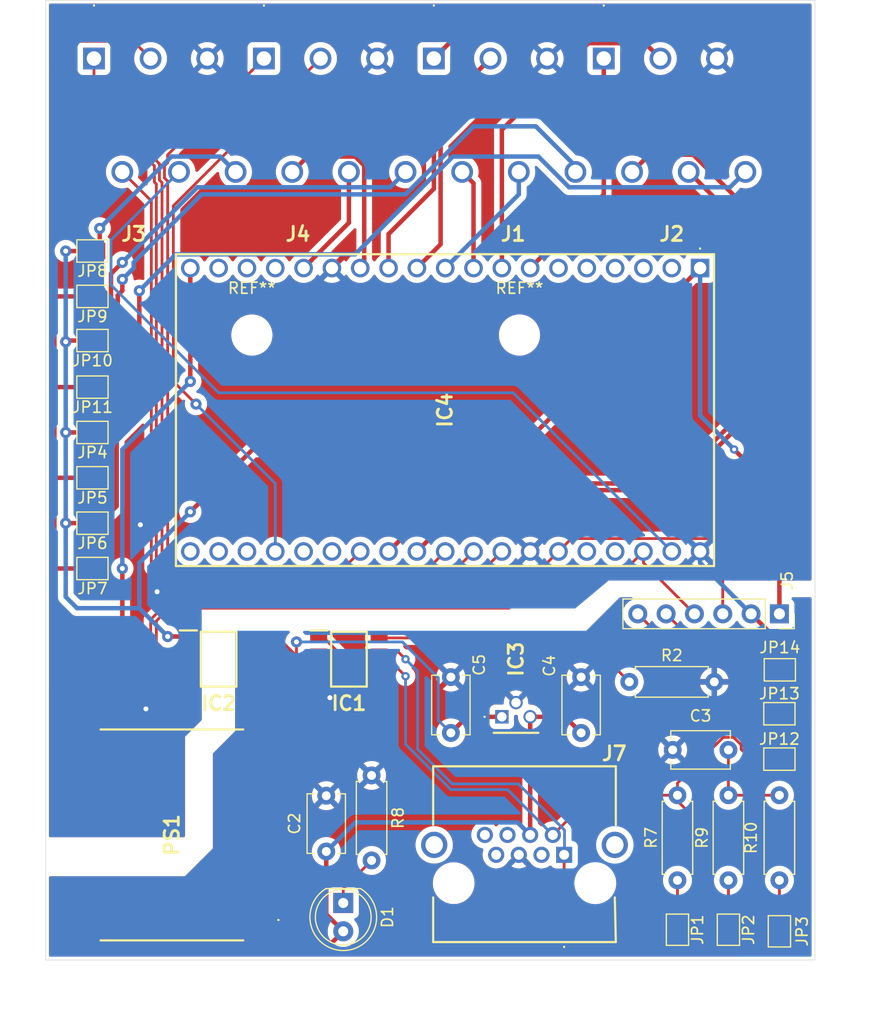
<source format=kicad_pcb>
(kicad_pcb (version 20241229) (generator "pcbnew") (generator_version "9.0")
  (layers (0 "F.Cu" signal) (2 "B.Cu" signal) (13 "F.Paste" user) (15 "B.Paste" user) (5 "F.SilkS" user "F.Silkscreen") (7 "B.SilkS" user "B.Silkscreen") (1 "F.Mask" user) (3 "B.Mask" user) (25 "Edge.Cuts" user))
  (net 0 "")
  (net 1 "GNDB")
  (net 2 "+24V")
  (net 3 "Net-(C3-Pad1)")
  (net 4 "+5VB")
  (net 5 "Net-(IC1-RS)")
  (net 6 "Net-(IC1-D)")
  (net 7 "Net-(IC1-R)")
  (net 8 "Net-(IC1-CANL)")
  (net 10 "Net-(IC1-CANH)")
  (net 11 "Net-(IC2-INB)")
  (net 12 "Net-(IC2-OUTA)")
  (net 13 "+3V3A")
  (net 14 "GNDA")
  (net 25 "+5VA")
  (net 37 "Net-(JP1-A)")
  (net 38 "Net-(JP2-A)")
  (net 39 "Net-(JP3-B)")
  (net 43 "Net-(D1-K)")
  (net 44 "/GPIO 25")
  (net 45 "/GPIO 26")
  (net 46 "/GPIO 14")
  (net 47 "/UART2 TX")
  (net 48 "/GPIO 27")
  (net 49 "/SPI CLK")
  (net 50 "/I2C SDA")
  (net 51 "/SPI MISO")
  (net 52 "/GPIO 13")
  (net 53 "/SPI MOSI")
  (net 54 "/SPI CS")
  (net 55 "/GPIO 12")
  (net 56 "/I2C SCL")
  (net 57 "/GPIO 15")
  (net 58 "/GPIO 4")
  (net 59 "/UART2 RX")
  (net 60 "Net-(JP4-A)")
  (net 61 "Net-(JP6-A)")
  (net 62 "Net-(JP8-A)")
  (net 63 "Net-(JP10-A)")
  (net 64 "Net-(J5-Pin_6)")
  (net 65 "Net-(J5-Pin_5)")
  (footprint "LED_THT:LED_D5.0mm" (layer "F.Cu") (at 107.696 151.892 -90)
    (property "Reference" "D1")
    (property "Value" "LED")
  )
  (footprint "Connector_PinSocket_2.54mm:PinSocket_1x06_P2.54mm_Vertical" (layer "F.Cu") (at 146.812 125.984 -90)
    (property "Reference" "J5")
    (property "Value" "Conn_01x06")
  )
  (footprint "Jumper:SolderJumper-2_P1.3mm_Open_Pad1.0x1.5mm" (layer "F.Cu") (at 142.24 154.29 -90)
    (property "Reference" "JP2")
    (property "Value" "SolderJumper_2_Open")
  )
  (footprint "Jumper:SolderJumper-2_P1.3mm_Open_Pad1.0x1.5mm" (layer "F.Cu") (at 85.202 109.728 180)
    (property "Reference" "JP4")
    (property "Value" "SolderJumper_2_Open")
  )
  (footprint "Capacitor_THT:C_Disc_D5.1mm_W3.2mm_P5.00mm" (layer "F.Cu") (at 142.24 138.176 180)
    (property "Reference" "C3")
    (property "Value" "0,1u")
  )
  (footprint "Jumper:SolderJumper-2_P1.3mm_Open_Pad1.0x1.5mm" (layer "F.Cu") (at 146.85 131 180)
    (property "Reference" "JP14")
    (property "Value" "SolderJumper_2_Open")
  )
  (footprint "SamacSys_Parts:DG127A50806P1400AH" (layer "F.Cu") (at 115.82 76.22)
    (property "Reference" "J1")
    (property "Value" "DG127A-5.08-06P-14-00AH" (hide yes))
  )
  (footprint "Jumper:SolderJumper-2_P1.3mm_Open_Pad1.0x1.5mm" (layer "F.Cu") (at 146.812 134.936)
    (property "Reference" "JP13")
    (property "Value" "SolderJumper_2_Open")
  )
  (footprint "Jumper:SolderJumper-2_P1.3mm_Open_Pad1.0x1.5mm" (layer "F.Cu") (at 85.202 121.92 180)
    (property "Reference" "JP7")
    (property "Value" "SolderJumper_2_Open")
  )
  (footprint "Resistor_THT:R_Axial_DIN0207_L6.3mm_D2.5mm_P7.62mm_Horizontal" (layer "F.Cu") (at 142.24 149.86 90)
    (property "Reference" "R9")
    (property "Value" "1k")
  )
  (footprint "MountingHole:MountingHole_3.2mm_M3" (layer "F.Cu") (at 123.5 101)
    (property "Reference" "REF**")
    (property "Value" "MountingHole_3.2mm_M3")
  )
  (footprint "Jumper:SolderJumper-2_P1.3mm_Open_Pad1.0x1.5mm" (layer "F.Cu") (at 85.202 97.536 180)
    (property "Reference" "JP9")
    (property "Value" "SolderJumper_2_Open")
  )
  (footprint "SamacSys_Parts:DG127A50806P1400AH" (layer "F.Cu") (at 85.34 76.22)
    (property "Reference" "J3")
    (property "Value" "DG127A-5.08-06P-14-00AH" (hide yes))
  )
  (footprint "SamacSys_Parts:DG127A50806P1400AH" (layer "F.Cu") (at 131.06 76.22)
    (property "Reference" "J2")
    (property "Value" "DG127A-5.08-06P-14-00AH" (hide yes))
  )
  (footprint "Resistor_THT:R_Axial_DIN0207_L6.3mm_D2.5mm_P7.62mm_Horizontal" (layer "F.Cu") (at 110.236 140.462 -90)
    (property "Reference" "R8")
    (property "Value" "2,1k")
  )
  (footprint "Capacitor_THT:C_Disc_D5.1mm_W3.2mm_P5.00mm" (layer "F.Cu") (at 117.347 136.652 90)
    (property "Reference" "C5")
    (property "Value" "0,1u")
  )
  (footprint "SamacSys_Parts:SOIC127P600X175-8N" (layer "F.Cu") (at 96.52 130.048)
    (property "Reference" "IC2")
    (property "Value" "ISO7721FDR" (hide yes))
  )
  (footprint "SamacSys_Parts:ESP32DEVKITCVE" (layer "F.Cu") (at 139.7 94.996 -90)
    (property "Reference" "IC4")
    (property "Value" "ESP32-DEVKITC-VE" (hide yes))
  )
  (footprint "Capacitor_THT:C_Disc_D5.1mm_W3.2mm_P5.00mm" (layer "F.Cu") (at 129.031 136.652 90)
    (property "Reference" "C4")
    (property "Value" "0,33u")
  )
  (footprint "Jumper:SolderJumper-2_P1.3mm_Open_Pad1.0x1.5mm" (layer "F.Cu") (at 85.202 105.664 180)
    (property "Reference" "JP11")
    (property "Value" "SolderJumper_2_Open")
  )
  (footprint "Jumper:SolderJumper-2_P1.3mm_Open_Pad1.0x1.5mm" (layer "F.Cu") (at 146.812 139)
    (property "Reference" "JP12")
    (property "Value" "SolderJumper_2_Open")
  )
  (footprint "Resistor_THT:R_Axial_DIN0207_L6.3mm_D2.5mm_P7.62mm_Horizontal" (layer "F.Cu") (at 146.812 142.24 -90)
    (property "Reference" "R10")
    (property "Value" "1k")
  )
  (footprint "Jumper:SolderJumper-2_P1.3mm_Open_Pad1.0x1.5mm" (layer "F.Cu") (at 137.668 154.29 -90)
    (property "Reference" "JP1")
    (property "Value" "SolderJumper_2_Open")
  )
  (footprint "Resistor_THT:R_Axial_DIN0207_L6.3mm_D2.5mm_P7.62mm_Horizontal" (layer "F.Cu") (at 137.668 149.86 90)
    (property "Reference" "R7")
    (property "Value" "120")
  )
  (footprint "SamacSys_Parts:RSH32405SH2R" (layer "F.Cu") (at 92.328 145.796 90)
    (property "Reference" "PS1")
    (property "Value" "RSH3-2405S_H2-R" (hide yes))
  )
  (footprint "Capacitor_THT:C_Disc_D5.1mm_W3.2mm_P5.00mm" (layer "F.Cu") (at 106.172 147.28 90)
    (property "Reference" "C2")
    (property "Value" "10u")
  )
  (footprint "Jumper:SolderJumper-2_P1.3mm_Open_Pad1.0x1.5mm" (layer "F.Cu") (at 85.202 93.466 180)
    (property "Reference" "JP8")
    (property "Value" "SolderJumper_2_Open")
  )
  (footprint "MountingHole:MountingHole_3.2mm_M3" (layer "F.Cu") (at 99.5 101)
    (property "Reference" "REF**")
    (property "Value" "MountingHole_3.2mm_M3")
  )
  (footprint "Resistor_THT:R_Axial_DIN0207_L6.3mm_D2.5mm_P7.62mm_Horizontal" (layer "F.Cu") (at 133.35 132.08)
    (property "Reference" "R2")
    (property "Value" "10k")
  )
  (footprint "Jumper:SolderJumper-2_P1.3mm_Open_Pad1.0x1.5mm" (layer "F.Cu") (at 85.202 113.792 180)
    (property "Reference" "JP5")
    (property "Value" "SolderJumper_2_Open")
  )
  (footprint "SamacSys_Parts:438605025" (layer "F.Cu") (at 127.506 147.576)
    (property "Reference" "J7")
    (property "Value" "43860-5025" (hide yes))
  )
  (footprint "Jumper:SolderJumper-2_P1.3mm_Open_Pad1.0x1.5mm" (layer "F.Cu") (at 85.202 117.856 180)
    (property "Reference" "JP6")
    (property "Value" "SolderJumper_2_Open")
  )
  (footprint "Jumper:SolderJumper-2_P1.3mm_Open_Pad1.0x1.5mm" (layer "F.Cu") (at 146.812 154.432 90)
    (property "Reference" "JP3")
    (property "Value" "SolderJumper_2_Open")
  )
  (footprint "SamacSys_Parts:L78L05ACZ" (layer "F.Cu") (at 121.919 135.208 -90)
    (property "Reference" "IC3")
    (property "Value" "L78L05ACZ" (hide yes))
  )
  (footprint "SamacSys_Parts:SOIC127P600X175-8N" (layer "F.Cu") (at 108.204 130.048)
    (property "Reference" "IC1")
    (property "Value" "SN65HVD230QDRG4Q1" (hide yes))
  )
  (footprint "SamacSys_Parts:DG127A50806P1400AH" (layer "F.Cu") (at 100.58 76.22)
    (property "Reference" "J4")
    (property "Value" "DG127A-5.08-06P-14-00AH" (hide yes))
  )
  (footprint "Jumper:SolderJumper-2_P1.3mm_Open_Pad1.0x1.5mm" (layer "F.Cu") (at 85.202 101.494 180)
    (property "Reference" "JP10")
    (property "Value" "SolderJumper_2_Open")
  )
  (gr_rect (start 81 71) (end 150 157) (stroke (width 0.05)) (fill no) (layer "Edge.Cuts"))
  (segment (start 106.583 133.417) (end 106.5 133.5) (width 0.25) (layer "F.Cu") (net 1))
  (segment (start 147.5 131) (end 149.295 132.795) (width 0.25) (layer "F.Cu") (net 1))
  (segment (start 148.07481 156.359) (end 132.224 156.359) (width 0.25) (layer "F.Cu") (net 1))
  (segment (start 149.295 132.795) (end 149.295 155.13881) (width 0.25) (layer "F.Cu") (net 1))
  (segment (start 105.964 129.413) (end 106.583 130.032) (width 0.25) (layer "F.Cu") (net 1))
  (segment (start 105.493 129.413) (end 105.964 129.413) (width 0.25) (layer "F.Cu") (net 1))
  (segment (start 149.295 155.13881) (end 148.07481 156.359) (width 0.25) (layer "F.Cu") (net 1))
  (segment (start 106.583 130.032) (end 106.583 133.417) (width 0.25) (layer "F.Cu") (net 1))
  (segment (start 132.224 156.359) (end 123.441 147.576) (width 0.25) (layer "F.Cu") (net 1))
  (via (at 106.5 133.5) (size 1) (drill 0.45) (layers "F.Cu" "B.Cu") (net 1))
  (segment (start 124.461 145.796) (end 124.461 135.21) (width 0.4) (layer "F.Cu") (net 2))
  (segment (start 124.461 135.21) (end 124.459 135.208) (width 0.4) (layer "F.Cu") (net 2))
  (segment (start 106.172 147.28) (end 106.172 152.908) (width 0.4) (layer "F.Cu") (net 2))
  (segment (start 106.68 155.448) (end 86.61 155.448) (width 0.4) (layer "F.Cu") (net 2))
  (segment (start 124.459 135.208) (end 127.587 135.208) (width 0.4) (layer "F.Cu") (net 2))
  (segment (start 127.587 135.208) (end 129.031 136.652) (width 0.4) (layer "F.Cu") (net 2))
  (segment (start 106.172 152.908) (end 107.696 154.432) (width 0.4) (layer "F.Cu") (net 2))
  (segment (start 107.696 154.432) (end 106.68 155.448) (width 0.4) (layer "F.Cu") (net 2))
  (segment (start 86.61 155.448) (end 84.578 153.416) (width 0.4) (layer "F.Cu") (net 2))
  (segment (start 123.337 144.672) (end 108.78 144.672) (width 0.4) (layer "B.Cu") (net 2))
  (segment (start 124.461 145.796) (end 123.337 144.672) (width 0.4) (layer "B.Cu") (net 2))
  (segment (start 108.78 144.672) (end 106.172 147.28) (width 0.4) (layer "B.Cu") (net 2))
  (segment (start 146.812 142.24) (end 142.24 142.24) (width 0.25) (layer "F.Cu") (net 3))
  (segment (start 142.24 142.24) (end 142.24 138.176) (width 0.25) (layer "F.Cu") (net 3))
  (segment (start 103.369405 129.630595) (end 101.88181 128.143) (width 0.25) (layer "F.Cu") (net 4))
  (segment (start 121.919 135.208) (end 118.791 135.208) (width 0.4) (layer "F.Cu") (net 4))
  (segment (start 118.791 135.208) (end 117.347 136.652) (width 0.4) (layer "F.Cu") (net 4))
  (segment (start 103.5 129.5) (end 103.5 128.5) (width 0.25) (layer "F.Cu") (net 4))
  (segment (start 101.88181 128.143) (end 99.231 128.143) (width 0.25) (layer "F.Cu") (net 4))
  (segment (start 104.42181 130.683) (end 103.369405 129.630595) (width 0.25) (layer "F.Cu") (net 4))
  (segment (start 103.369405 129.630595) (end 103.5 129.5) (width 0.25) (layer "F.Cu") (net 4))
  (segment (start 105.493 130.683) (end 104.42181 130.683) (width 0.25) (layer "F.Cu") (net 4))
  (via (at 103.5 128.5) (size 1) (drill 0.45) (layers "F.Cu" "B.Cu") (net 4))
  (segment (start 116.221 131.721) (end 116.221 135.526) (width 0.25) (layer "B.Cu") (net 4))
  (segment (start 116.221 135.526) (end 117.347 136.652) (width 0.25) (layer "B.Cu") (net 4))
  (segment (start 103.5 128.5) (end 113 128.5) (width 0.25) (layer "B.Cu") (net 4))
  (segment (start 113 128.5) (end 116.221 131.721) (width 0.25) (layer "B.Cu") (net 4))
  (segment (start 129.413 128.143) (end 110.915 128.143) (width 0.25) (layer "F.Cu") (net 5))
  (segment (start 133.35 132.08) (end 129.413 128.143) (width 0.25) (layer "F.Cu") (net 5))
  (segment (start 105.964 128.143) (end 108.5 130.679) (width 0.25) (layer "F.Cu") (net 6))
  (segment (start 108.5 133) (end 107 134.5) (width 0.25) (layer "F.Cu") (net 6))
  (segment (start 107 134.5) (end 105.404 134.5) (width 0.25) (layer "F.Cu") (net 6))
  (segment (start 105.404 134.5) (end 101.587 130.683) (width 0.25) (layer "F.Cu") (net 6))
  (segment (start 105.493 128.143) (end 105.964 128.143) (width 0.25) (layer "F.Cu") (net 6))
  (segment (start 108.5 130.679) (end 108.5 133) (width 0.25) (layer "F.Cu") (net 6))
  (segment (start 101.587 130.683) (end 99.231 130.683) (width 0.25) (layer "F.Cu") (net 6))
  (segment (start 102.514 129.413) (end 99.231 129.413) (width 0.25) (layer "F.Cu") (net 7))
  (segment (start 105.054 131.953) (end 102.514 129.413) (width 0.25) (layer "F.Cu") (net 7))
  (segment (start 105.493 131.953) (end 105.054 131.953) (width 0.25) (layer "F.Cu") (net 7))
  (segment (start 113.284 131.572) (end 112.395 130.683) (width 0.25) (layer "F.Cu") (net 8))
  (segment (start 147.462 139) (end 147.462 140) (width 0.25) (layer "F.Cu") (net 8))
  (segment (start 112.395 130.683) (end 110.915 130.683) (width 0.25) (layer "F.Cu") (net 8))
  (segment (start 142.706405 137.05) (end 141.773595 137.05) (width 0.25) (layer "F.Cu") (net 8))
  (segment (start 143.384405 138.124405) (end 143.384405 137.728) (width 0.25) (layer "F.Cu") (net 8))
  (segment (start 145.812 155.082) (end 146.812 155.082) (width 0.25) (layer "F.Cu") (net 8))
  (segment (start 147.386 140.076) (end 145.336 140.076) (width 0.25) (layer "F.Cu") (net 8))
  (segment (start 145.736 155.006) (end 145.812 155.082) (width 0.25) (layer "F.Cu") (net 8))
  (segment (start 141.773595 137.05) (end 137.668 141.155595) (width 0.25) (layer "F.Cu") (net 8))
  (segment (start 126.491 145.796) (end 130.047 142.24) (width 0.25) (layer "F.Cu") (net 8))
  (segment (start 130.047 142.24) (end 137.668 142.24) (width 0.25) (layer "F.Cu") (net 8))
  (segment (start 145.336 140.076) (end 143.384405 138.124405) (width 0.25) (layer "F.Cu") (net 8))
  (segment (start 137.668 142.748) (end 145.736 150.816) (width 0.25) (layer "F.Cu") (net 8))
  (segment (start 147.462 140) (end 147.386 140.076) (width 0.25) (layer "F.Cu") (net 8))
  (segment (start 137.668 142.24) (end 137.668 142.748) (width 0.25) (layer "F.Cu") (net 8))
  (segment (start 145.736 150.816) (end 145.736 155.006) (width 0.25) (layer "F.Cu") (net 8))
  (segment (start 143.384405 137.728) (end 142.706405 137.05) (width 0.25) (layer "F.Cu") (net 8))
  (segment (start 137.668 141.155595) (end 137.668 142.24) (width 0.25) (layer "F.Cu") (net 8))
  (via (at 113.284 131.572) (size 0.75) (drill 0.35) (layers "F.Cu" "B.Cu") (net 8))
  (segment (start 113.284 137.668) (end 113.284 131.572) (width 0.25) (layer "B.Cu") (net 8))
  (segment (start 122.427 141.732) (end 117.348 141.732) (width 0.25) (layer "B.Cu") (net 8))
  (segment (start 126.491 145.796) (end 122.427 141.732) (width 0.25) (layer "B.Cu") (net 8))
  (segment (start 117.348 141.732) (end 113.284 137.668) (width 0.25) (layer "B.Cu") (net 8))
  (segment (start 147.462 134.936) (end 148.844 136.318) (width 0.25) (layer "F.Cu") (net 10))
  (segment (start 142.24 154.94) (end 143.208 155.908) (width 0.25) (layer "F.Cu") (net 10))
  (segment (start 132.295159 154.94) (end 137.668 154.94) (width 0.25) (layer "F.Cu") (net 10))
  (segment (start 137.668 154.94) (end 142.24 154.94) (width 0.25) (layer "F.Cu") (net 10))
  (segment (start 148.844 136.318) (end 148.844 154.952) (width 0.25) (layer "F.Cu") (net 10))
  (segment (start 112.649 129.413) (end 110.915 129.413) (width 0.25) (layer "F.Cu") (net 10))
  (segment (start 143.208 155.908) (end 147.888 155.908) (width 0.25) (layer "F.Cu") (net 10))
  (segment (start 127.506 150.150841) (end 132.295159 154.94) (width 0.25) (layer "F.Cu") (net 10))
  (segment (start 113.284 130.048) (end 112.649 129.413) (width 0.25) (layer "F.Cu") (net 10))
  (segment (start 147.888 155.908) (end 148.844 154.952) (width 0.25) (layer "F.Cu") (net 10))
  (segment (start 127.506 147.576) (end 127.506 150.150841) (width 0.25) (layer "F.Cu") (net 10))
  (via (at 113.284 130.048) (size 0.75) (drill 0.35) (layers "F.Cu" "B.Cu") (net 10))
  (segment (start 117.47781 141.224) (end 114.364905 138.111095) (width 0.25) (layer "B.Cu") (net 10))
  (segment (start 114.364905 131.128905) (end 113.284 130.048) (width 0.25) (layer "B.Cu") (net 10))
  (segment (start 114.364905 138.111095) (end 114.364905 131.128905) (width 0.25) (layer "B.Cu") (net 10))
  (segment (start 117.856 141.224) (end 117.47781 141.224) (width 0.25) (layer "B.Cu") (net 10))
  (segment (start 127.54 147.542) (end 127.54 145.361489) (width 0.25) (layer "B.Cu") (net 10))
  (segment (start 123.402511 141.224) (end 117.856 141.224) (width 0.25) (layer "B.Cu") (net 10))
  (segment (start 127.54 145.361489) (end 123.402511 141.224) (width 0.25) (layer "B.Cu") (net 10))
  (segment (start 127.506 147.576) (end 127.54 147.542) (width 0.25) (layer "B.Cu") (net 10))
  (segment (start 141.0815 119.2375) (end 128.1585 119.2375) (width 0.25) (layer "F.Cu") (net 11))
  (segment (start 93.809 130.683) (end 91.567 130.683) (width 0.25) (layer "F.Cu") (net 11))
  (segment (start 91.891 125.025) (end 122.371 125.025) (width 0.25) (layer "F.Cu") (net 11))
  (segment (start 128.1585 119.2375) (end 127 120.396) (width 0.25) (layer "F.Cu") (net 11))
  (segment (start 90.424 126.492) (end 91.891 125.025) (width 0.25) (layer "F.Cu") (net 11))
  (segment (start 91.567 130.683) (end 90.424 129.54) (width 0.25) (layer "F.Cu") (net 11))
  (segment (start 141.732 119.888) (end 141.0815 119.2375) (width 0.25) (layer "F.Cu") (net 11))
  (segment (start 122.371 125.025) (end 127 120.396) (width 0.25) (layer "F.Cu") (net 11))
  (segment (start 141.732 125.984) (end 141.732 119.888) (width 0.25) (layer "F.Cu") (net 11))
  (segment (start 90.424 129.54) (end 90.424 126.492) (width 0.25) (layer "F.Cu") (net 11))
  (segment (start 139.192 125.984) (end 134.62 121.412) (width 0.25) (layer "F.Cu") (net 12))
  (segment (start 133.096 121.92) (end 134.62 120.396) (width 0.25) (layer "F.Cu") (net 12))
  (segment (start 90.932 126.62181) (end 92.07781 125.476) (width 0.25) (layer "F.Cu") (net 12))
  (segment (start 134.62 121.412) (end 134.62 120.396) (width 0.25) (layer "F.Cu") (net 12))
  (segment (start 91.821 129.413) (end 90.932 128.524) (width 0.25) (layer "F.Cu") (net 12))
  (segment (start 92.07781 125.476) (end 122.55781 125.476) (width 0.25) (layer "F.Cu") (net 12))
  (segment (start 93.809 129.413) (end 91.821 129.413) (width 0.25) (layer "F.Cu") (net 12))
  (segment (start 122.55781 125.476) (end 126.11381 121.92) (width 0.25) (layer "F.Cu") (net 12))
  (segment (start 90.932 128.524) (end 90.932 126.62181) (width 0.25) (layer "F.Cu") (net 12))
  (segment (start 126.11381 121.92) (end 133.096 121.92) (width 0.25) (layer "F.Cu") (net 12))
  (segment (start 82.91 101.494) (end 82.804 101.6) (width 0.4) (layer "F.Cu") (net 13))
  (segment (start 82.804 93.472) (end 84.546 93.472) (width 0.4) (layer "F.Cu") (net 13))
  (segment (start 123.444 111.252) (end 102.616 111.252) (width 0.4) (layer "F.Cu") (net 13))
  (segment (start 84.552 117.856) (end 82.804 117.856) (width 0.4) (layer "F.Cu") (net 13))
  (segment (start 93.682 128.016) (end 93.809 128.143) (width 0.4) (layer "F.Cu") (net 13))
  (segment (start 84.546 93.472) (end 84.552 93.466) (width 0.4) (layer "F.Cu") (net 13))
  (segment (start 99.568 111.252) (end 93.98 116.84) (width 0.4) (layer "F.Cu") (net 13))
  (segment (start 146.812 125.984) (end 146.812 115.316) (width 0.4) (layer "F.Cu") (net 13))
  (segment (start 84.552 109.728) (end 82.804 109.728) (width 0.4) (layer "F.Cu") (net 13))
  (segment (start 146.812 115.316) (end 142.748 111.252) (width 0.4) (layer "F.Cu") (net 13))
  (segment (start 91.948 128.016) (end 93.682 128.016) (width 0.4) (layer "F.Cu") (net 13))
  (segment (start 139.7 94.996) (end 123.444 111.252) (width 0.4) (layer "F.Cu") (net 13))
  (segment (start 102.616 111.252) (end 99.568 111.252) (width 0.4) (layer "F.Cu") (net 13))
  (segment (start 84.552 101.494) (end 82.91 101.494) (width 0.4) (layer "F.Cu") (net 13))
  (via (at 82.804 101.6) (size 1) (drill 0.45) (layers "F.Cu" "B.Cu") (net 13))
  (via (at 82.804 93.472) (size 1) (drill 0.45) (layers "F.Cu" "B.Cu") (net 13))
  (via (at 142.748 111.252) (size 0.75) (drill 0.35) (layers "F.Cu" "B.Cu") (net 13))
  (via (at 82.804 117.856) (size 1) (drill 0.45) (layers "F.Cu" "B.Cu") (net 13))
  (via (at 91.948 128.016) (size 1) (drill 0.45) (layers "F.Cu" "B.Cu") (net 13))
  (via (at 93.98 116.84) (size 1) (drill 0.45) (layers "F.Cu" "B.Cu") (net 13))
  (via (at 82.804 109.728) (size 1) (drill 0.45) (layers "F.Cu" "B.Cu") (net 13))
  (segment (start 89.408 125.476) (end 91.948 128.016) (width 0.4) (layer "B.Cu") (net 13))
  (segment (start 89.408 125.476) (end 83.82 125.476) (width 0.4) (layer "B.Cu") (net 13))
  (segment (start 82.804 117.856) (end 82.804 109.728) (width 0.4) (layer "B.Cu") (net 13))
  (segment (start 83.82 125.476) (end 82.804 124.46) (width 0.4) (layer "B.Cu") (net 13))
  (segment (start 89.408 121.412) (end 89.408 125.476) (width 0.4) (layer "B.Cu") (net 13))
  (segment (start 139.7 108.204) (end 139.7 94.996) (width 0.4) (layer "B.Cu") (net 13))
  (segment (start 142.748 111.252) (end 139.7 108.204) (width 0.4) (layer "B.Cu") (net 13))
  (segment (start 82.804 124.46) (end 82.804 117.856) (width 0.4) (layer "B.Cu") (net 13))
  (segment (start 82.804 101.6) (end 82.804 93.472) (width 0.4) (layer "B.Cu") (net 13))
  (segment (start 93.98 116.84) (end 89.408 121.412) (width 0.4) (layer "B.Cu") (net 13))
  (segment (start 82.804 109.728) (end 82.804 101.6) (width 0.4) (layer "B.Cu") (net 13))
  (segment (start 146.2 131) (end 146.2 127.912) (width 0.4) (layer "F.Cu") (net 14))
  (segment (start 146.2 127.912) (end 144.272 125.984) (width 0.4) (layer "F.Cu") (net 14))
  (via (at 89.5 118) (size 1) (drill 0.45) (layers "F.Cu" "B.Cu") (net 14))
  (via (at 90 134.5) (size 1) (drill 0.45) (layers "F.Cu" "B.Cu") (net 14))
  (via (at 91 124) (size 1) (drill 0.45) (layers "F.Cu" "B.Cu") (net 14))
  (segment (start 139.7 121.412) (end 139.7 120.396) (width 0.4) (layer "B.Cu") (net 14))
  (segment (start 144.272 125.984) (end 139.7 121.412) (width 0.4) (layer "B.Cu") (net 14))
  (segment (start 93.98 94.996) (end 93.98 105.156) (width 0.4) (layer "F.Cu") (net 25))
  (segment (start 81.788 113.792) (end 81.788 121.92) (width 0.4) (layer "F.Cu") (net 25))
  (segment (start 81.788 97.536) (end 81.788 105.664) (width 0.4) (layer "F.Cu") (net 25))
  (segment (start 84.552 121.92) (end 81.788 121.92) (width 0.4) (layer "F.Cu") (net 25))
  (segment (start 81.788 97.536) (end 84.552 97.536) (width 0.4) (layer "F.Cu") (net 25))
  (segment (start 81.788 121.92) (end 81.788 132.08) (width 0.4) (layer "F.Cu") (net 25))
  (segment (start 81.788 109.22) (end 81.788 113.792) (width 0.4) (layer "F.Cu") (net 25))
  (segment (start 84.578 134.878) (end 84.578 138.176) (width 0.4) (layer "F.Cu") (net 25))
  (segment (start 84.578 134.87) (end 84.578 134.878) (width 0.4) (layer "F.Cu") (net 25))
  (segment (start 87.884 121.92) (end 87.884 131.572) (width 0.4) (layer "F.Cu") (net 25))
  (segment (start 84.552 105.664) (end 81.788 105.664) (width 0.4) (layer "F.Cu") (net 25))
  (segment (start 81.788 132.08) (end 84.578 134.87) (width 0.4) (layer "F.Cu") (net 25))
  (segment (start 84.552 113.792) (end 81.788 113.792) (width 0.4) (layer "F.Cu") (net 25))
  (segment (start 87.884 131.572) (end 84.578 134.878) (width 0.4) (layer "F.Cu") (net 25))
  (segment (start 81.788 105.664) (end 81.788 109.22) (width 0.4) (layer "F.Cu") (net 25))
  (via (at 93.98 105.156) (size 1) (drill 0.45) (layers "F.Cu" "B.Cu") (net 25))
  (via (at 87.884 121.92) (size 1) (drill 0.45) (layers "F.Cu" "B.Cu") (net 25))
  (segment (start 87.884 111.252) (end 87.884 121.92) (width 0.4) (layer "B.Cu") (net 25))
  (segment (start 93.98 105.156) (end 87.884 111.252) (width 0.4) (layer "B.Cu") (net 25))
  (segment (start 137.668 153.64) (end 137.668 149.86) (width 0.25) (layer "F.Cu") (net 37))
  (segment (start 142.24 153.64) (end 142.24 149.86) (width 0.25) (layer "F.Cu") (net 38))
  (segment (start 146.812 153.782) (end 146.812 149.86) (width 0.25) (layer "F.Cu") (net 39))
  (segment (start 107.696 150.622) (end 110.236 148.082) (width 0.25) (layer "F.Cu") (net 43))
  (segment (start 107.696 151.892) (end 107.696 150.622) (width 0.25) (layer "F.Cu") (net 43))
  (segment (start 119.38 94.996) (end 119.38 87.4) (width 0.4) (layer "F.Cu") (net 44))
  (segment (start 119.38 87.4) (end 118.36 86.38) (width 0.4) (layer "F.Cu") (net 44))
  (segment (start 123.44 86.38) (end 123.44 88.396) (width 0.4) (layer "B.Cu") (net 45))
  (segment (start 123.44 88.396) (end 116.84 94.996) (width 0.4) (layer "B.Cu") (net 45))
  (segment (start 120.9 76.22) (end 115.824 81.296) (width 0.4) (layer "F.Cu") (net 46))
  (segment (start 115.824 87.884) (end 111.76 91.948) (width 0.4) (layer "F.Cu") (net 46))
  (segment (start 115.824 81.296) (end 115.824 87.884) (width 0.4) (layer "F.Cu") (net 46))
  (segment (start 111.76 91.948) (end 111.76 94.996) (width 0.4) (layer "F.Cu") (net 46))
  (segment (start 137.408942 114.901) (end 119.795 114.901) (width 0.4) (layer "F.Cu") (net 47))
  (segment (start 135.144 84.836) (end 139.081958 84.836) (width 0.4) (layer "F.Cu") (net 47))
  (segment (start 139.081958 84.836) (end 145.381 91.135042) (width 0.4) (layer "F.Cu") (net 47))
  (segment (start 119.795 114.901) (end 114.3 120.396) (width 0.4) (layer "F.Cu") (net 47))
  (segment (start 133.6 86.38) (end 135.144 84.836) (width 0.4) (layer "F.Cu") (net 47))
  (segment (start 145.381 106.928942) (end 137.408942 114.901) (width 0.4) (layer "F.Cu") (net 47))
  (segment (start 145.381 91.135042) (end 145.381 106.928942) (width 0.4) (layer "F.Cu") (net 47))
  (segment (start 122.936 75.184) (end 121.92 74.168) (width 0.4) (layer "F.Cu") (net 48))
  (segment (start 121.92 74.168) (end 117.872 74.168) (width 0.4) (layer "F.Cu") (net 48))
  (segment (start 116.425 92.871) (end 116.425 83.727) (width 0.4) (layer "F.Cu") (net 48))
  (segment (start 116.425 83.727) (end 122.936 77.216) (width 0.4) (layer "F.Cu") (net 48))
  (segment (start 114.3 94.996) (end 116.425 92.871) (width 0.4) (layer "F.Cu") (net 48))
  (segment (start 117.872 74.168) (end 115.82 76.22) (width 0.4) (layer "F.Cu") (net 48))
  (segment (start 122.936 77.216) (end 122.936 75.184) (width 0.4) (layer "F.Cu") (net 48))
  (segment (start 93.09838 123.838) (end 90.932 121.67162) (width 0.25) (layer "F.Cu") (net 49))
  (segment (start 83.312 77.216) (end 83.312 74.676) (width 0.25) (layer "F.Cu") (net 49))
  (segment (start 83.312 74.676) (end 88.876 74.676) (width 0.25) (layer "F.Cu") (net 49))
  (segment (start 90.757 85.841108) (end 90.481 85.565108) (width 0.25) (layer "F.Cu") (net 49))
  (segment (start 90.932 121.67162) (end 90.932 87.467512) (width 0.25) (layer "F.Cu") (net 49))
  (segment (start 90.481 85.565108) (end 90.481 84.385) (width 0.25) (layer "F.Cu") (net 49))
  (segment (start 90.481 84.385) (end 83.312 77.216) (width 0.25) (layer "F.Cu") (net 49))
  (segment (start 88.876 74.676) (end 90.42 76.22) (width 0.25) (layer "F.Cu") (net 49))
  (segment (start 90.757 87.292512) (end 90.757 85.841108) (width 0.25) (layer "F.Cu") (net 49))
  (segment (start 90.932 87.467512) (end 90.757 87.292512) (width 0.25) (layer "F.Cu") (net 49))
  (segment (start 119.38 120.396) (end 115.938 123.838) (width 0.25) (layer "F.Cu") (net 49))
  (segment (start 115.938 123.838) (end 93.09838 123.838) (width 0.25) (layer "F.Cu") (net 49))
  (segment (start 134.764 74.844) (end 129.684 74.844) (width 0.4) (layer "F.Cu") (net 50))
  (segment (start 136.14 76.22) (end 134.764 74.844) (width 0.4) (layer "F.Cu") (net 50))
  (segment (start 129.684 74.844) (end 121.92 82.608) (width 0.4) (layer "F.Cu") (net 50))
  (segment (start 121.92 82.608) (end 121.92 94.996) (width 0.4) (layer "F.Cu") (net 50))
  (segment (start 87.88 86.38) (end 90.481 88.981) (width 0.25) (layer "F.Cu") (net 51))
  (segment (start 116.46181 123.952) (end 118.364 123.952) (width 0.25) (layer "F.Cu") (net 51))
  (segment (start 118.364 123.952) (end 121.92 120.396) (width 0.25) (layer "F.Cu") (net 51))
  (segment (start 90.481 88.981) (end 90.481 121.85843) (width 0.25) (layer "F.Cu") (net 51))
  (segment (start 90.481 121.85843) (end 92.91157 124.289) (width 0.25) (layer "F.Cu") (net 51))
  (segment (start 92.91157 124.289) (end 116.12481 124.289) (width 0.25) (layer "F.Cu") (net 51))
  (segment (start 116.12481 124.289) (end 116.46181 123.952) (width 0.25) (layer "F.Cu") (net 51))
  (segment (start 108.2 90.936) (end 104.14 94.996) (width 0.4) (layer "F.Cu") (net 52))
  (segment (start 108.2 86.38) (end 108.2 90.936) (width 0.4) (layer "F.Cu") (net 52))
  (segment (start 137.16 120.396) (end 122.936 106.172) (width 0.25) (layer "B.Cu") (net 53))
  (segment (start 86.868 96.52) (end 86.868 92.472) (width 0.25) (layer "B.Cu") (net 53))
  (segment (start 122.936 106.172) (end 96.52 106.172) (width 0.25) (layer "B.Cu") (net 53))
  (segment (start 96.52 106.172) (end 86.868 96.52) (width 0.25) (layer "B.Cu") (net 53))
  (segment (start 86.868 92.472) (end 92.96 86.38) (width 0.25) (layer "B.Cu") (net 53))
  (segment (start 113.849 123.387) (end 116.84 120.396) (width 0.25) (layer "F.Cu") (net 54))
  (segment (start 91.208 85.654298) (end 91.208 87.105702) (width 0.25) (layer "F.Cu") (net 54))
  (segment (start 91.44 121.54181) (end 93.28519 123.387) (width 0.25) (layer "F.Cu") (net 54))
  (segment (start 91.208 87.105702) (end 91.44 87.337702) (width 0.25) (layer "F.Cu") (net 54))
  (segment (start 91.44 87.337702) (end 91.44 121.54181) (width 0.25) (layer "F.Cu") (net 54))
  (segment (start 90.932 84.19819) (end 90.932 85.378298) (width 0.25) (layer "F.Cu") (net 54))
  (segment (start 93.28519 123.387) (end 113.849 123.387) (width 0.25) (layer "F.Cu") (net 54))
  (segment (start 90.932 85.378298) (end 91.208 85.654298) (width 0.25) (layer "F.Cu") (net 54))
  (segment (start 85.34 76.22) (end 85.34 78.60619) (width 0.25) (layer "F.Cu") (net 54))
  (segment (start 85.34 78.60619) (end 90.932 84.19819) (width 0.25) (layer "F.Cu") (net 54))
  (segment (start 109.576 94.64) (end 109.22 94.996) (width 0.4) (layer "F.Cu") (net 55))
  (segment (start 109.576 85.810042) (end 109.576 94.64) (width 0.4) (layer "F.Cu") (net 55))
  (segment (start 103.12 86.38) (end 104.496 85.004) (width 0.4) (layer "F.Cu") (net 55))
  (segment (start 108.769958 85.004) (end 109.576 85.810042) (width 0.4) (layer "F.Cu") (net 55))
  (segment (start 104.496 85.004) (end 108.769958 85.004) (width 0.4) (layer "F.Cu") (net 55))
  (segment (start 131.06 88.396) (end 131.06 76.22) (width 0.4) (layer "F.Cu") (net 56))
  (segment (start 124.46 94.996) (end 131.06 88.396) (width 0.4) (layer "F.Cu") (net 56))
  (segment (start 105.66 76.22) (end 92.456 89.424) (width 0.25) (layer "F.Cu") (net 57))
  (segment (start 92.456 89.424) (end 92.456 105.156) (width 0.25) (layer "F.Cu") (net 57))
  (segment (start 92.456 105.156) (end 94.488 107.188) (width 0.25) (layer "F.Cu") (net 57))
  (via (at 94.488 107.188) (size 1) (drill 0.45) (layers "F.Cu" "B.Cu") (net 57))
  (segment (start 94.488 107.188) (end 101.6 114.3) (width 0.25) (layer "B.Cu") (net 57))
  (segment (start 101.6 114.3) (end 101.6 120.396) (width 0.25) (layer "B.Cu") (net 57))
  (segment (start 91.948 121.412) (end 93.472 122.936) (width 0.25) (layer "F.Cu") (net 58))
  (segment (start 106.68 122.936) (end 109.22 120.396) (width 0.25) (layer "F.Cu") (net 58))
  (segment (start 91.659 86.918892) (end 91.948 87.207892) (width 0.25) (layer "F.Cu") (net 58))
  (segment (start 91.659 85.841108) (end 91.659 86.918892) (width 0.25) (layer "F.Cu") (net 58))
  (segment (start 100.58 76.22) (end 91.948 84.852) (width 0.25) (layer "F.Cu") (net 58))
  (segment (start 91.948 84.852) (end 91.948 85.552108) (width 0.25) (layer "F.Cu") (net 58))
  (segment (start 91.948 85.552108) (end 91.659 85.841108) (width 0.25) (layer "F.Cu") (net 58))
  (segment (start 93.472 122.936) (end 106.68 122.936) (width 0.25) (layer "F.Cu") (net 58))
  (segment (start 91.948 87.207892) (end 91.948 121.412) (width 0.25) (layer "F.Cu") (net 58))
  (segment (start 137.16 114.3) (end 117.856 114.3) (width 0.4) (layer "F.Cu") (net 59))
  (segment (start 144.78 106.68) (end 137.16 114.3) (width 0.4) (layer "F.Cu") (net 59))
  (segment (start 138.68 86.38) (end 144.78 92.48) (width 0.4) (layer "F.Cu") (net 59))
  (segment (start 117.856 114.3) (end 111.76 120.396) (width 0.4) (layer "F.Cu") (net 59))
  (segment (start 144.78 92.48) (end 144.78 106.68) (width 0.4) (layer "F.Cu") (net 59))
  (segment (start 87.469 100.726942) (end 87.376 100.819942) (width 0.4) (layer "F.Cu") (net 60))
  (segment (start 87.884 96.012) (end 87.884 97.028) (width 0.4) (layer "F.Cu") (net 60))
  (segment (start 85.852 109.728) (end 85.852 113.792) (width 0.4) (layer "F.Cu") (net 60))
  (segment (start 87.376 108.204) (end 85.852 109.728) (width 0.4) (layer "F.Cu") (net 60))
  (segment (start 87.884 97.028) (end 87.469 97.443) (width 0.4) (layer "F.Cu") (net 60))
  (segment (start 87.469 97.443) (end 87.469 100.726942) (width 0.4) (layer "F.Cu") (net 60))
  (segment (start 87.376 100.819942) (end 87.376 108.204) (width 0.4) (layer "F.Cu") (net 60))
  (via (at 87.884 96.012) (size 1) (drill 0.45) (layers "F.Cu" "B.Cu") (net 60))
  (segment (start 87.884 96.012) (end 88.9 94.996) (width 0.4) (layer "B.Cu") (net 60))
  (segment (start 119.38 82.296) (end 124.968 82.296) (width 0.4) (layer "B.Cu") (net 60))
  (segment (start 128.52 85.848) (end 128.52 86.38) (width 0.4) (layer "B.Cu") (net 60))
  (segment (start 88.9 94.996) (end 88.9 94.488) (width 0.4) (layer "B.Cu") (net 60))
  (segment (start 88.9 94.488) (end 94.996 88.392) (width 0.4) (layer "B.Cu") (net 60))
  (segment (start 113.284 88.392) (end 119.38 82.296) (width 0.4) (layer "B.Cu") (net 60))
  (segment (start 124.968 82.296) (end 128.52 85.848) (width 0.4) (layer "B.Cu") (net 60))
  (segment (start 94.996 88.392) (end 113.284 88.392) (width 0.4) (layer "B.Cu") (net 60))
  (segment (start 89.408 97.028) (end 89.408 108.204) (width 0.4) (layer "F.Cu") (net 61))
  (segment (start 85.852 117.856) (end 85.852 121.92) (width 0.4) (layer "F.Cu") (net 61))
  (segment (start 87.376 116.332) (end 85.852 117.856) (width 0.4) (layer "F.Cu") (net 61))
  (segment (start 87.376 110.236) (end 87.376 116.332) (width 0.4) (layer "F.Cu") (net 61))
  (segment (start 89.408 108.204) (end 87.376 110.236) (width 0.4) (layer "F.Cu") (net 61))
  (via (at 89.408 97.028) (size 1) (drill 0.45) (layers "F.Cu" "B.Cu") (net 61))
  (segment (start 108.763442 93.7625) (end 92.6735 93.7625) (width 0.4) (layer "B.Cu") (net 61))
  (segment (start 142.384 87.756) (end 127.950042 87.756) (width 0.4) (layer "B.Cu") (net 61))
  (segment (start 92.6735 93.7625) (end 89.408 97.028) (width 0.4) (layer "B.Cu") (net 61))
  (segment (start 127.950042 87.756) (end 125.198042 85.004) (width 0.4) (layer "B.Cu") (net 61))
  (segment (start 117.521942 85.004) (end 108.763442 93.7625) (width 0.4) (layer "B.Cu") (net 61))
  (segment (start 125.198042 85.004) (end 117.521942 85.004) (width 0.4) (layer "B.Cu") (net 61))
  (segment (start 143.76 86.38) (end 142.384 87.756) (width 0.4) (layer "B.Cu") (net 61))
  (segment (start 85.852 97.536) (end 85.852 93.466) (width 0.4) (layer "F.Cu") (net 62))
  (segment (start 85.852 91.44) (end 85.852 93.466) (width 0.4) (layer "F.Cu") (net 62))
  (via (at 85.852 91.44) (size 1) (drill 0.45) (layers "F.Cu" "B.Cu") (net 62))
  (segment (start 96.664 85.004) (end 92.288 85.004) (width 0.4) (layer "B.Cu") (net 62))
  (segment (start 98.04 86.38) (end 96.664 85.004) (width 0.4) (layer "B.Cu") (net 62))
  (segment (start 92.288 85.004) (end 85.852 91.44) (width 0.4) (layer "B.Cu") (net 62))
  (segment (start 87.884 94.488) (end 86.868 95.504) (width 0.4) (layer "F.Cu") (net 63))
  (segment (start 86.868 95.504) (end 86.868 100.478) (width 0.4) (layer "F.Cu") (net 63))
  (segment (start 86.868 100.478) (end 85.852 101.494) (width 0.4) (layer "F.Cu") (net 63))
  (segment (start 85.852 101.494) (end 85.852 105.664) (width 0.4) (layer "F.Cu") (net 63))
  (via (at 87.884 94.488) (size 1) (drill 0.45) (layers "F.Cu" "B.Cu") (net 63))
  (segment (start 94.616 87.756) (end 111.904 87.756) (width 0.4) (layer "B.Cu") (net 63))
  (segment (start 87.884 94.488) (end 94.616 87.756) (width 0.4) (layer "B.Cu") (net 63))
  (segment (start 111.904 87.756) (end 113.28 86.38) (width 0.4) (layer "B.Cu") (net 63))
  (segment (start 144 136.838) (end 144 130.63781) (width 0.25) (layer "F.Cu") (net 64))
  (segment (start 144 130.63781) (end 141.931095 128.568905) (width 0.25) (layer "F.Cu") (net 64))
  (segment (start 146.162 139) (end 144 136.838) (width 0.25) (layer "F.Cu") (net 64))
  (segment (start 141.931095 128.568905) (end 136.696905 128.568905) (width 0.25) (layer "F.Cu") (net 64))
  (segment (start 136.696905 128.568905) (end 134.112 125.984) (width 0.25) (layer "F.Cu") (net 64))
  (segment (start 146.162 134.936) (end 144.5 133.274) (width 0.25) (layer "F.Cu") (net 65))
  (segment (start 142 128) (end 138.668 128) (width 0.25) (layer "F.Cu") (net 65))
  (segment (start 144.5 133.274) (end 144.5 130.5) (width 0.25) (layer "F.Cu") (net 65))
  (segment (start 138.668 128) (end 136.652 125.984) (width 0.25) (layer "F.Cu") (net 65))
  (segment (start 144.5 130.5) (end 142 128) (width 0.25) (layer "F.Cu") (net 65))
  (zone (net 1) (net_name "GNDB") (layers "F.Cu" "B.Cu") (connect_pads (clearance 0.5)) (min_thickness 0.25) (fill yes (thermal_gap 0.5) (thermal_bridge_width 0.5))
    (polygon (pts (xy 81 157) (xy 81 149.5) (xy 93.5 149.5) (xy 96 147) (xy 96 138.5) (xy 98 136.5) (xy 98 127.5) (xy 129.5 127.5) (xy 132.5 124.5) (xy 150 124.5) (xy 150 157)))
  )
  (zone (net 14) (net_name "GNDA") (layers "F.Cu" "B.Cu") (priority 1) (connect_pads (clearance 0.5)) (min_thickness 0.25) (fill yes (thermal_gap 0.5) (thermal_bridge_width 0.5))
    (polygon (pts (xy 81 146) (xy 93.5 146) (xy 93.5 137) (xy 95 135.5) (xy 95 125.5) (xy 128.5 125.5) (xy 131.5 123) (xy 150 123) (xy 150 71) (xy 81 71)))
  )
)
</source>
